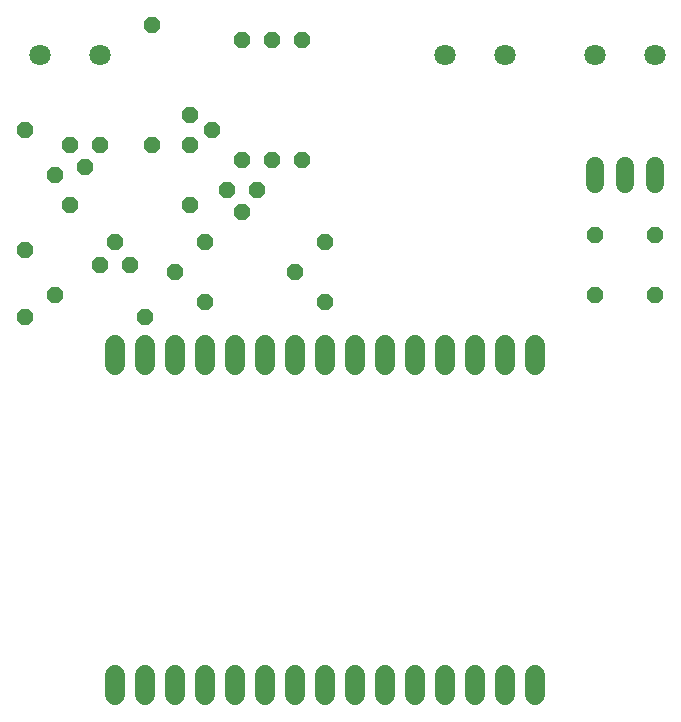
<source format=gbr>
G04 EAGLE Gerber RS-274X export*
G75*
%MOMM*%
%FSLAX34Y34*%
%LPD*%
%INBottom Copper*%
%IPPOS*%
%AMOC8*
5,1,8,0,0,1.08239X$1,22.5*%
G01*
%ADD10P,1.429621X8X112.500000*%
%ADD11C,1.524000*%
%ADD12P,1.429621X8X202.500000*%
%ADD13P,1.429621X8X292.500000*%
%ADD14P,1.429621X8X22.500000*%
%ADD15C,1.676400*%
%ADD16C,1.800000*%


D10*
X577850Y361950D03*
X577850Y412750D03*
X527050Y361950D03*
X527050Y412750D03*
D11*
X577850Y455930D02*
X577850Y471170D01*
X552450Y471170D02*
X552450Y455930D01*
X527050Y455930D02*
X527050Y471170D01*
D10*
X184150Y514350D03*
X203200Y501650D03*
X184150Y488950D03*
D12*
X107950Y387350D03*
X120650Y406400D03*
X133350Y387350D03*
D10*
X152400Y488950D03*
X152400Y590550D03*
X44450Y400050D03*
X44450Y501650D03*
X228600Y476250D03*
X228600Y577850D03*
D12*
X298450Y406400D03*
X196850Y406400D03*
D13*
X254000Y577850D03*
X254000Y476250D03*
D10*
X69850Y361950D03*
X69850Y463550D03*
D12*
X273050Y381000D03*
X171450Y381000D03*
X146050Y342900D03*
X44450Y342900D03*
X184150Y438150D03*
X82550Y438150D03*
D14*
X196850Y355600D03*
X298450Y355600D03*
X241300Y450850D03*
X228600Y431800D03*
X215900Y450850D03*
X107950Y488950D03*
X95250Y469900D03*
X82550Y488950D03*
D15*
X476250Y40132D02*
X476250Y23368D01*
X450850Y23368D02*
X450850Y40132D01*
X425450Y40132D02*
X425450Y23368D01*
X400050Y23368D02*
X400050Y40132D01*
X374650Y40132D02*
X374650Y23368D01*
X349250Y23368D02*
X349250Y40132D01*
X323850Y40132D02*
X323850Y23368D01*
X298450Y23368D02*
X298450Y40132D01*
X273050Y40132D02*
X273050Y23368D01*
X247650Y23368D02*
X247650Y40132D01*
X222250Y40132D02*
X222250Y23368D01*
X196850Y23368D02*
X196850Y40132D01*
X171450Y40132D02*
X171450Y23368D01*
X146050Y23368D02*
X146050Y40132D01*
X120650Y40132D02*
X120650Y23368D01*
X120650Y302768D02*
X120650Y319532D01*
X146050Y319532D02*
X146050Y302768D01*
X171450Y302768D02*
X171450Y319532D01*
X196850Y319532D02*
X196850Y302768D01*
X222250Y302768D02*
X222250Y319532D01*
X247650Y319532D02*
X247650Y302768D01*
X273050Y302768D02*
X273050Y319532D01*
X298450Y319532D02*
X298450Y302768D01*
X323850Y302768D02*
X323850Y319532D01*
X349250Y319532D02*
X349250Y302768D01*
X374650Y302768D02*
X374650Y319532D01*
X400050Y319532D02*
X400050Y302768D01*
X425450Y302768D02*
X425450Y319532D01*
X450850Y319532D02*
X450850Y302768D01*
X476250Y302768D02*
X476250Y319532D01*
D16*
X450850Y565150D03*
X400050Y565150D03*
X577850Y565150D03*
X527050Y565150D03*
X107950Y565150D03*
X57150Y565150D03*
D10*
X279400Y476250D03*
X279400Y577850D03*
M02*

</source>
